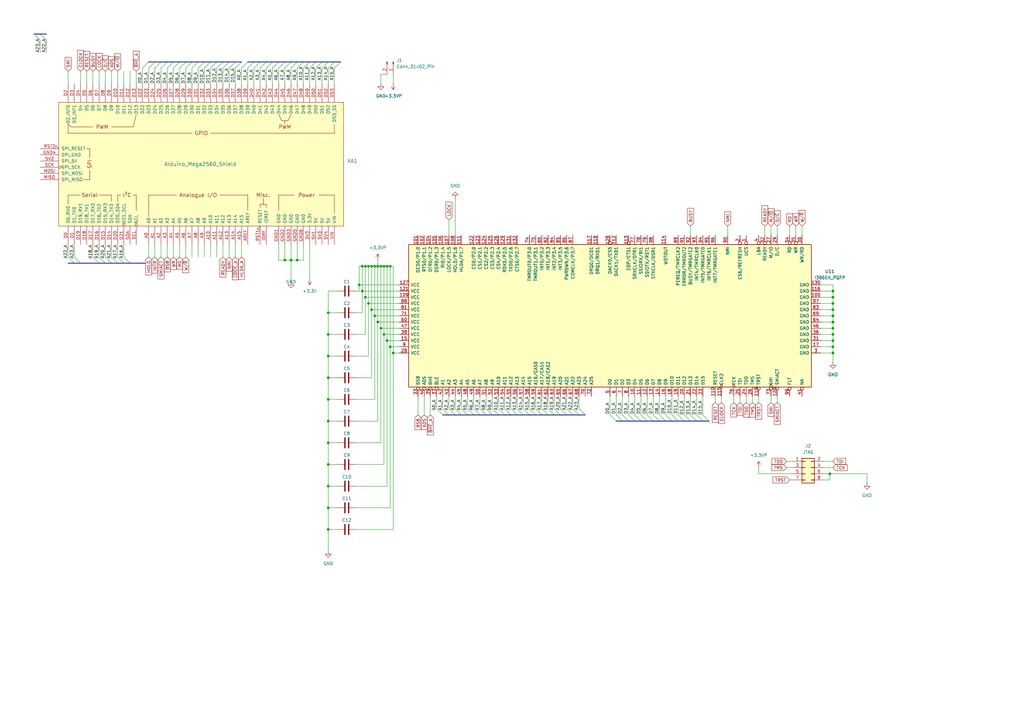
<source format=kicad_sch>
(kicad_sch (version 20231120) (generator "eeschema") (generator_version "8.0")
  (paper "A3")
  (title_block (title "Arduino80286") (date "2023-01-18") (rev "1"))
  (junction (at 156.21 134.62))
  (junction (at 134.62 137.16))
  (junction (at 134.62 190.5))
  (junction (at 153.67 129.54))
  (junction (at 154.94 109.22))
  (junction (at 148.59 109.22))
  (junction (at 154.94 132.08))
  (junction (at 134.62 208.28))
  (junction (at 134.62 172.72))
  (junction (at 119.38 106.68))
  (junction (at 151.13 124.46))
  (junction (at 341.63 127))
  (junction (at 134.62 181.61))
  (junction (at 153.67 109.22))
  (junction (at 134.62 128.27))
  (junction (at 147.32 116.84))
  (junction (at 158.75 109.22))
  (junction (at 341.63 132.08))
  (junction (at 116.84 106.68))
  (junction (at 134.62 199.39))
  (junction (at 341.63 129.54))
  (junction (at 121.92 106.68))
  (junction (at 341.63 121.92))
  (junction (at 152.4 109.22))
  (junction (at 161.29 144.78))
  (junction (at 340.36 194.31))
  (junction (at 149.86 109.22))
  (junction (at 341.63 137.16))
  (junction (at 157.48 109.22))
  (junction (at 160.02 142.24))
  (junction (at 341.63 139.7))
  (junction (at 341.63 142.24))
  (junction (at 341.63 119.38))
  (junction (at 152.4 127))
  (junction (at 341.63 134.62))
  (junction (at 134.62 146.05))
  (junction (at 134.62 217.17))
  (junction (at 149.86 121.92))
  (junction (at 158.75 139.7))
  (junction (at 134.62 154.94))
  (junction (at 148.59 119.38))
  (junction (at 341.63 124.46))
  (junction (at 134.62 163.83))
  (junction (at 151.13 109.22))
  (junction (at 157.48 137.16))
  (junction (at 160.02 109.22))
  (junction (at 156.21 109.22))
  (junction (at 341.63 144.78))
  (bus_entry (at 224.79 167.64) (size 2.54 2.54))
  (bus_entry (at 191.77 167.64) (size 2.54 2.54))
  (bus_entry (at 30.48 105.41) (size 2.54 2.54))
  (bus_entry (at 81.28 25.4) (size -2.54 2.54))
  (bus_entry (at 134.62 27.94) (size 2.54 -2.54))
  (bus_entry (at 214.63 167.64) (size 2.54 2.54))
  (bus_entry (at 201.93 167.64) (size 2.54 2.54))
  (bus_entry (at 179.07 167.64) (size 2.54 2.54))
  (bus_entry (at 257.81 172.72) (size -2.54 -2.54))
  (bus_entry (at 232.41 170.18) (size -2.54 -2.54))
  (bus_entry (at 78.74 25.4) (size -2.54 2.54))
  (bus_entry (at 45.72 105.41) (size 2.54 2.54))
  (bus_entry (at 196.85 167.64) (size 2.54 2.54))
  (bus_entry (at 255.27 172.72) (size -2.54 -2.54))
  (bus_entry (at 88.9 25.4) (size -2.54 2.54))
  (bus_entry (at 129.54 27.94) (size 2.54 -2.54))
  (bus_entry (at 212.09 167.64) (size 2.54 2.54))
  (bus_entry (at 127 27.94) (size 2.54 -2.54))
  (bus_entry (at 186.69 167.64) (size 2.54 2.54))
  (bus_entry (at 207.01 167.64) (size 2.54 2.54))
  (bus_entry (at 111.76 27.94) (size 2.54 -2.54))
  (bus_entry (at 99.06 25.4) (size -2.54 2.54))
  (bus_entry (at 234.95 170.18) (size -2.54 -2.54))
  (bus_entry (at 204.47 167.64) (size 2.54 2.54))
  (bus_entry (at 114.3 27.94) (size 2.54 -2.54))
  (bus_entry (at 199.39 167.64) (size 2.54 2.54))
  (bus_entry (at 229.87 170.18) (size -2.54 -2.54))
  (bus_entry (at 252.73 172.72) (size -2.54 -2.54))
  (bus_entry (at 275.59 172.72) (size -2.54 -2.54))
  (bus_entry (at 93.98 25.4) (size -2.54 2.54))
  (bus_entry (at 278.13 170.18) (size 2.54 2.54))
  (bus_entry (at 91.44 25.4) (size -2.54 2.54))
  (bus_entry (at 38.1 105.41) (size 2.54 2.54))
  (bus_entry (at 209.55 167.64) (size 2.54 2.54))
  (bus_entry (at 48.26 105.41) (size 2.54 2.54))
  (bus_entry (at 290.83 172.72) (size -2.54 -2.54))
  (bus_entry (at 262.89 172.72) (size -2.54 -2.54))
  (bus_entry (at 219.71 167.64) (size 2.54 2.54))
  (bus_entry (at 50.8 105.41) (size 2.54 2.54))
  (bus_entry (at 184.15 167.64) (size 2.54 2.54))
  (bus_entry (at 73.66 25.4) (size -2.54 2.54))
  (bus_entry (at 124.46 27.94) (size 2.54 -2.54))
  (bus_entry (at 43.18 105.41) (size 2.54 2.54))
  (bus_entry (at 189.23 167.64) (size 2.54 2.54))
  (bus_entry (at 76.2 25.4) (size -2.54 2.54))
  (bus_entry (at 27.94 105.41) (size 2.54 2.54))
  (bus_entry (at 181.61 167.64) (size 2.54 2.54))
  (bus_entry (at 66.04 27.94) (size 2.54 -2.54))
  (bus_entry (at 194.31 167.64) (size 2.54 2.54))
  (bus_entry (at 96.52 25.4) (size -2.54 2.54))
  (bus_entry (at 137.16 27.94) (size 2.54 -2.54))
  (bus_entry (at 237.49 167.64) (size 2.54 2.54))
  (bus_entry (at 267.97 172.72) (size -2.54 -2.54))
  (bus_entry (at 109.22 25.4) (size -2.54 2.54))
  (bus_entry (at 111.76 25.4) (size -2.54 2.54))
  (bus_entry (at 285.75 172.72) (size -2.54 -2.54))
  (bus_entry (at 278.13 172.72) (size -2.54 -2.54))
  (bus_entry (at 121.92 27.94) (size 2.54 -2.54))
  (bus_entry (at 260.35 172.72) (size -2.54 -2.54))
  (bus_entry (at 234.95 167.64) (size 2.54 2.54))
  (bus_entry (at 19.05 16.51) (size -2.54 -2.54))
  (bus_entry (at 280.67 170.18) (size 2.54 2.54))
  (bus_entry (at 40.64 105.41) (size 2.54 2.54))
  (bus_entry (at 16.51 16.51) (size -2.54 -2.54))
  (bus_entry (at 222.25 167.64) (size 2.54 2.54))
  (bus_entry (at 273.05 172.72) (size -2.54 -2.54))
  (bus_entry (at 217.17 167.64) (size 2.54 2.54))
  (bus_entry (at 132.08 27.94) (size 2.54 -2.54))
  (bus_entry (at 101.6 25.4) (size -2.54 2.54))
  (bus_entry (at 265.43 172.72) (size -2.54 -2.54))
  (bus_entry (at 119.38 27.94) (size 2.54 -2.54))
  (bus_entry (at 71.12 25.4) (size -2.54 2.54))
  (bus_entry (at 285.75 170.18) (size 2.54 2.54))
  (bus_entry (at 60.96 27.94) (size 2.54 -2.54))
  (bus_entry (at 86.36 25.4) (size -2.54 2.54))
  (bus_entry (at 83.82 25.4) (size -2.54 2.54))
  (bus_entry (at 106.68 25.4) (size -2.54 2.54))
  (bus_entry (at 60.96 25.4) (size -2.54 2.54))
  (bus_entry (at 116.84 27.94) (size 2.54 -2.54))
  (bus_entry (at 270.51 172.72) (size -2.54 -2.54))
  (bus_entry (at 104.14 25.4) (size -2.54 2.54))
  (bus_entry (at 63.5 27.94) (size 2.54 -2.54))
  (wire (pts (xy 146.05 172.72) (xy 154.94 172.72)))
  (wire (pts (xy 337.82 189.23) (xy 341.63 189.23)))
  (wire (pts (xy 222.25 167.64) (xy 222.25 162.56)))
  (wire (pts (xy 134.62 217.17) (xy 138.43 217.17)))
  (wire (pts (xy 146.05 199.39) (xy 158.75 199.39)))
  (bus (pts (xy 219.71 170.18) (xy 222.25 170.18)))
  (wire (pts (xy 237.49 167.64) (xy 237.49 162.56)))
  (wire (pts (xy 285.75 162.56) (xy 285.75 170.18)))
  (wire (pts (xy 318.77 92.71) (xy 318.77 96.52)))
  (wire (pts (xy 48.26 29.21) (xy 48.26 34.29)))
  (bus (pts (xy 189.23 170.18) (xy 191.77 170.18)))
  (wire (pts (xy 101.6 27.94) (xy 101.6 34.29)))
  (wire (pts (xy 196.85 167.64) (xy 196.85 162.56)))
  (wire (pts (xy 124.46 27.94) (xy 124.46 34.29)))
  (wire (pts (xy 158.75 139.7) (xy 158.75 109.22)))
  (bus (pts (xy 48.26 107.95) (xy 50.8 107.95)))
  (wire (pts (xy 147.32 116.84) (xy 163.83 116.84)))
  (wire (pts (xy 280.67 162.56) (xy 280.67 170.18)))
  (wire (pts (xy 265.43 162.56) (xy 265.43 170.18)))
  (wire (pts (xy 109.22 27.94) (xy 109.22 34.29)))
  (wire (pts (xy 81.28 27.94) (xy 81.28 34.29)))
  (wire (pts (xy 157.48 137.16) (xy 163.83 137.16)))
  (wire (pts (xy 81.28 100.33) (xy 81.28 105.41)))
  (wire (pts (xy 71.12 100.33) (xy 71.12 105.41)))
  (wire (pts (xy 153.67 129.54) (xy 163.83 129.54)))
  (wire (pts (xy 134.62 146.05) (xy 138.43 146.05)))
  (wire (pts (xy 154.94 109.22) (xy 156.21 109.22)))
  (wire (pts (xy 134.62 137.16) (xy 134.62 146.05)))
  (wire (pts (xy 311.15 194.31) (xy 325.12 194.31)))
  (bus (pts (xy 91.44 25.4) (xy 88.9 25.4)))
  (bus (pts (xy 86.36 25.4) (xy 83.82 25.4)))
  (wire (pts (xy 224.79 167.64) (xy 224.79 162.56)))
  (wire (pts (xy 184.15 167.64) (xy 184.15 162.56)))
  (wire (pts (xy 63.5 27.94) (xy 63.5 34.29)))
  (wire (pts (xy 134.62 172.72) (xy 134.62 181.61)))
  (wire (pts (xy 86.36 100.33) (xy 86.36 105.41)))
  (bus (pts (xy 50.8 107.95) (xy 53.34 107.95)))
  (wire (pts (xy 30.48 105.41) (xy 30.48 100.33)))
  (wire (pts (xy 341.63 142.24) (xy 341.63 144.78)))
  (bus (pts (xy 109.22 25.4) (xy 106.68 25.4)))
  (wire (pts (xy 322.58 191.77) (xy 325.12 191.77)))
  (wire (pts (xy 194.31 167.64) (xy 194.31 162.56)))
  (wire (pts (xy 212.09 167.64) (xy 212.09 162.56)))
  (wire (pts (xy 78.74 27.94) (xy 78.74 34.29)))
  (wire (pts (xy 134.62 146.05) (xy 134.62 154.94)))
  (wire (pts (xy 148.59 128.27) (xy 148.59 119.38)))
  (wire (pts (xy 201.93 167.64) (xy 201.93 162.56)))
  (wire (pts (xy 114.3 106.68) (xy 116.84 106.68)))
  (bus (pts (xy 93.98 25.4) (xy 91.44 25.4)))
  (bus (pts (xy 78.74 25.4) (xy 76.2 25.4)))
  (bus (pts (xy 186.69 170.18) (xy 189.23 170.18)))
  (wire (pts (xy 186.69 81.28) (xy 186.69 96.52)))
  (wire (pts (xy 160.02 142.24) (xy 163.83 142.24)))
  (wire (pts (xy 337.82 194.31) (xy 340.36 194.31)))
  (wire (pts (xy 114.3 100.33) (xy 114.3 106.68)))
  (wire (pts (xy 148.59 119.38) (xy 148.59 109.22)))
  (wire (pts (xy 337.82 196.85) (xy 340.36 196.85)))
  (wire (pts (xy 341.63 127) (xy 341.63 129.54)))
  (wire (pts (xy 38.1 29.21) (xy 38.1 34.29)))
  (wire (pts (xy 93.98 27.94) (xy 93.98 34.29)))
  (wire (pts (xy 311.15 162.56) (xy 311.15 165.1)))
  (wire (pts (xy 341.63 144.78) (xy 341.63 148.59)))
  (wire (pts (xy 316.23 162.56) (xy 316.23 165.1)))
  (wire (pts (xy 147.32 119.38) (xy 147.32 116.84)))
  (bus (pts (xy 33.02 107.95) (xy 40.64 107.95)))
  (wire (pts (xy 219.71 167.64) (xy 219.71 162.56)))
  (wire (pts (xy 152.4 127) (xy 163.83 127)))
  (wire (pts (xy 283.21 92.71) (xy 283.21 96.52)))
  (bus (pts (xy 137.16 25.4) (xy 134.62 25.4)))
  (wire (pts (xy 156.21 134.62) (xy 163.83 134.62)))
  (wire (pts (xy 40.64 29.21) (xy 40.64 34.29)))
  (wire (pts (xy 149.86 121.92) (xy 163.83 121.92)))
  (wire (pts (xy 278.13 162.56) (xy 278.13 170.18)))
  (wire (pts (xy 134.62 137.16) (xy 138.43 137.16)))
  (wire (pts (xy 137.16 27.94) (xy 137.16 34.29)))
  (wire (pts (xy 161.29 217.17) (xy 161.29 144.78)))
  (wire (pts (xy 209.55 167.64) (xy 209.55 162.56)))
  (wire (pts (xy 151.13 146.05) (xy 151.13 124.46)))
  (wire (pts (xy 116.84 106.68) (xy 119.38 106.68)))
  (wire (pts (xy 121.92 27.94) (xy 121.92 34.29)))
  (wire (pts (xy 134.62 208.28) (xy 138.43 208.28)))
  (wire (pts (xy 86.36 27.94) (xy 86.36 34.29)))
  (wire (pts (xy 153.67 163.83) (xy 153.67 129.54)))
  (wire (pts (xy 160.02 208.28) (xy 160.02 142.24)))
  (wire (pts (xy 19.05 16.51) (xy 19.05 21.59)))
  (wire (pts (xy 273.05 162.56) (xy 273.05 170.18)))
  (bus (pts (xy 106.68 25.4) (xy 104.14 25.4)))
  (wire (pts (xy 43.18 105.41) (xy 43.18 100.33)))
  (wire (pts (xy 53.34 29.21) (xy 53.34 34.29)))
  (wire (pts (xy 35.56 29.21) (xy 35.56 34.29)))
  (wire (pts (xy 45.72 29.21) (xy 45.72 34.29)))
  (wire (pts (xy 116.84 100.33) (xy 116.84 106.68)))
  (wire (pts (xy 50.8 105.41) (xy 50.8 100.33)))
  (wire (pts (xy 121.92 100.33) (xy 121.92 106.68)))
  (bus (pts (xy 262.89 172.72) (xy 265.43 172.72)))
  (wire (pts (xy 336.55 124.46) (xy 341.63 124.46)))
  (wire (pts (xy 336.55 142.24) (xy 341.63 142.24)))
  (wire (pts (xy 27.94 29.21) (xy 27.94 34.29)))
  (wire (pts (xy 308.61 162.56) (xy 308.61 165.1)))
  (wire (pts (xy 45.72 105.41) (xy 45.72 100.33)))
  (bus (pts (xy 227.33 170.18) (xy 229.87 170.18)))
  (bus (pts (xy 66.04 25.4) (xy 63.5 25.4)))
  (wire (pts (xy 63.5 100.33) (xy 63.5 105.41)))
  (bus (pts (xy 204.47 170.18) (xy 207.01 170.18)))
  (wire (pts (xy 341.63 116.84) (xy 341.63 119.38)))
  (bus (pts (xy 119.38 25.4) (xy 116.84 25.4)))
  (bus (pts (xy 199.39 170.18) (xy 201.93 170.18)))
  (wire (pts (xy 157.48 109.22) (xy 157.48 137.16)))
  (bus (pts (xy 121.92 25.4) (xy 119.38 25.4)))
  (wire (pts (xy 96.52 100.33) (xy 96.52 105.41)))
  (wire (pts (xy 298.45 92.71) (xy 298.45 96.52)))
  (wire (pts (xy 171.45 162.56) (xy 171.45 170.18)))
  (wire (pts (xy 161.29 30.48) (xy 161.29 34.29)))
  (wire (pts (xy 134.62 163.83) (xy 138.43 163.83)))
  (wire (pts (xy 257.81 162.56) (xy 257.81 170.18)))
  (bus (pts (xy 124.46 25.4) (xy 121.92 25.4)))
  (bus (pts (xy 76.2 25.4) (xy 73.66 25.4)))
  (wire (pts (xy 48.26 105.41) (xy 48.26 100.33)))
  (wire (pts (xy 149.86 109.22) (xy 151.13 109.22)))
  (wire (pts (xy 151.13 124.46) (xy 163.83 124.46)))
  (wire (pts (xy 146.05 208.28) (xy 160.02 208.28)))
  (wire (pts (xy 341.63 139.7) (xy 341.63 142.24)))
  (bus (pts (xy 209.55 170.18) (xy 212.09 170.18)))
  (bus (pts (xy 40.64 107.95) (xy 43.18 107.95)))
  (bus (pts (xy 116.84 25.4) (xy 114.3 25.4)))
  (wire (pts (xy 83.82 27.94) (xy 83.82 34.29)))
  (wire (pts (xy 73.66 100.33) (xy 73.66 105.41)))
  (wire (pts (xy 134.62 119.38) (xy 134.62 128.27)))
  (wire (pts (xy 134.62 128.27) (xy 138.43 128.27)))
  (bus (pts (xy 191.77 170.18) (xy 194.31 170.18)))
  (wire (pts (xy 328.93 92.71) (xy 328.93 96.52)))
  (wire (pts (xy 260.35 162.56) (xy 260.35 170.18)))
  (wire (pts (xy 55.88 29.21) (xy 55.88 34.29)))
  (wire (pts (xy 149.86 109.22) (xy 149.86 121.92)))
  (wire (pts (xy 161.29 144.78) (xy 163.83 144.78)))
  (wire (pts (xy 336.55 127) (xy 341.63 127)))
  (wire (pts (xy 270.51 162.56) (xy 270.51 170.18)))
  (bus (pts (xy 96.52 25.4) (xy 93.98 25.4)))
  (wire (pts (xy 134.62 163.83) (xy 134.62 172.72)))
  (wire (pts (xy 116.84 27.94) (xy 116.84 34.29)))
  (wire (pts (xy 336.55 116.84) (xy 341.63 116.84)))
  (wire (pts (xy 255.27 162.56) (xy 255.27 170.18)))
  (wire (pts (xy 323.85 196.85) (xy 325.12 196.85)))
  (wire (pts (xy 91.44 27.94) (xy 91.44 34.29)))
  (bus (pts (xy 99.06 25.4) (xy 96.52 25.4)))
  (wire (pts (xy 262.89 162.56) (xy 262.89 170.18)))
  (wire (pts (xy 341.63 129.54) (xy 341.63 132.08)))
  (wire (pts (xy 156.21 109.22) (xy 156.21 134.62)))
  (bus (pts (xy 275.59 172.72) (xy 278.13 172.72)))
  (wire (pts (xy 148.59 119.38) (xy 163.83 119.38)))
  (wire (pts (xy 234.95 167.64) (xy 234.95 162.56)))
  (wire (pts (xy 146.05 146.05) (xy 151.13 146.05)))
  (wire (pts (xy 147.32 109.22) (xy 147.32 116.84)))
  (wire (pts (xy 152.4 109.22) (xy 153.67 109.22)))
  (wire (pts (xy 313.69 92.71) (xy 313.69 96.52)))
  (wire (pts (xy 337.82 191.77) (xy 341.63 191.77)))
  (wire (pts (xy 227.33 167.64) (xy 227.33 162.56)))
  (bus (pts (xy 252.73 172.72) (xy 255.27 172.72)))
  (wire (pts (xy 355.6 194.31) (xy 355.6 198.12)))
  (wire (pts (xy 156.21 181.61) (xy 156.21 134.62)))
  (wire (pts (xy 71.12 27.94) (xy 71.12 34.29)))
  (wire (pts (xy 146.05 154.94) (xy 152.4 154.94)))
  (wire (pts (xy 153.67 109.22) (xy 154.94 109.22)))
  (bus (pts (xy 229.87 170.18) (xy 232.41 170.18)))
  (bus (pts (xy 212.09 170.18) (xy 214.63 170.18)))
  (wire (pts (xy 104.14 27.94) (xy 104.14 34.29)))
  (wire (pts (xy 336.55 129.54) (xy 341.63 129.54)))
  (wire (pts (xy 152.4 154.94) (xy 152.4 127)))
  (bus (pts (xy 139.7 25.4) (xy 137.16 25.4)))
  (wire (pts (xy 134.62 27.94) (xy 134.62 34.29)))
  (bus (pts (xy 43.18 107.95) (xy 45.72 107.95)))
  (bus (pts (xy 194.31 170.18) (xy 196.85 170.18)))
  (wire (pts (xy 127 27.94) (xy 127 34.29)))
  (wire (pts (xy 340.36 196.85) (xy 340.36 194.31)))
  (bus (pts (xy 283.21 172.72) (xy 280.67 172.72)))
  (wire (pts (xy 146.05 190.5) (xy 157.48 190.5)))
  (wire (pts (xy 76.2 100.33) (xy 76.2 105.41)))
  (wire (pts (xy 156.21 109.22) (xy 157.48 109.22)))
  (wire (pts (xy 152.4 109.22) (xy 152.4 127)))
  (bus (pts (xy 196.85 170.18) (xy 199.39 170.18)))
  (wire (pts (xy 134.62 128.27) (xy 134.62 137.16)))
  (bus (pts (xy 260.35 172.72) (xy 262.89 172.72)))
  (wire (pts (xy 146.05 119.38) (xy 147.32 119.38)))
  (wire (pts (xy 173.99 162.56) (xy 173.99 170.18)))
  (wire (pts (xy 76.2 27.94) (xy 76.2 34.29)))
  (bus (pts (xy 267.97 172.72) (xy 270.51 172.72)))
  (bus (pts (xy 232.41 170.18) (xy 234.95 170.18)))
  (wire (pts (xy 341.63 134.62) (xy 341.63 137.16)))
  (wire (pts (xy 336.55 119.38) (xy 341.63 119.38)))
  (wire (pts (xy 99.06 100.33) (xy 99.06 105.41)))
  (wire (pts (xy 161.29 144.78) (xy 161.29 109.22)))
  (wire (pts (xy 176.53 162.56) (xy 176.53 170.18)))
  (wire (pts (xy 157.48 109.22) (xy 158.75 109.22)))
  (wire (pts (xy 58.42 27.94) (xy 58.42 34.29)))
  (bus (pts (xy 265.43 172.72) (xy 267.97 172.72)))
  (wire (pts (xy 16.51 16.51) (xy 16.51 21.59)))
  (wire (pts (xy 199.39 167.64) (xy 199.39 162.56)))
  (wire (pts (xy 146.05 163.83) (xy 153.67 163.83)))
  (wire (pts (xy 181.61 167.64) (xy 181.61 162.56)))
  (wire (pts (xy 93.98 100.33) (xy 93.98 105.41)))
  (wire (pts (xy 326.39 92.71) (xy 326.39 96.52)))
  (bus (pts (xy 127 25.4) (xy 124.46 25.4)))
  (wire (pts (xy 214.63 167.64) (xy 214.63 162.56)))
  (bus (pts (xy 257.81 172.72) (xy 260.35 172.72)))
  (wire (pts (xy 129.54 27.94) (xy 129.54 34.29)))
  (wire (pts (xy 151.13 109.22) (xy 151.13 124.46)))
  (bus (pts (xy 81.28 25.4) (xy 78.74 25.4)))
  (wire (pts (xy 50.8 29.21) (xy 50.8 34.29)))
  (wire (pts (xy 322.58 189.23) (xy 325.12 189.23)))
  (wire (pts (xy 33.02 29.21) (xy 33.02 34.29)))
  (bus (pts (xy 129.54 25.4) (xy 127 25.4)))
  (wire (pts (xy 156.21 34.29) (xy 156.21 30.48)))
  (wire (pts (xy 189.23 167.64) (xy 189.23 162.56)))
  (wire (pts (xy 27.94 105.41) (xy 27.94 100.33)))
  (wire (pts (xy 158.75 109.22) (xy 160.02 109.22)))
  (bus (pts (xy 273.05 172.72) (xy 275.59 172.72)))
  (wire (pts (xy 341.63 132.08) (xy 341.63 134.62)))
  (bus (pts (xy 278.13 172.72) (xy 280.67 172.72)))
  (wire (pts (xy 66.04 100.33) (xy 66.04 105.41)))
  (wire (pts (xy 134.62 199.39) (xy 134.62 208.28)))
  (wire (pts (xy 217.17 167.64) (xy 217.17 162.56)))
  (wire (pts (xy 341.63 137.16) (xy 341.63 139.7)))
  (bus (pts (xy 224.79 170.18) (xy 227.33 170.18)))
  (wire (pts (xy 99.06 27.94) (xy 99.06 34.29)))
  (bus (pts (xy 16.51 13.97) (xy 19.05 13.97)))
  (wire (pts (xy 134.62 181.61) (xy 138.43 181.61)))
  (wire (pts (xy 111.76 27.94) (xy 111.76 34.29)))
  (bus (pts (xy 132.08 25.4) (xy 129.54 25.4)))
  (wire (pts (xy 119.38 27.94) (xy 119.38 34.29)))
  (wire (pts (xy 275.59 162.56) (xy 275.59 170.18)))
  (wire (pts (xy 134.62 190.5) (xy 134.62 199.39)))
  (wire (pts (xy 68.58 27.94) (xy 68.58 34.29)))
  (bus (pts (xy 53.34 107.95) (xy 59.69 107.95)))
  (wire (pts (xy 146.05 217.17) (xy 161.29 217.17)))
  (bus (pts (xy 207.01 170.18) (xy 209.55 170.18)))
  (wire (pts (xy 146.05 128.27) (xy 148.59 128.27)))
  (wire (pts (xy 43.18 34.29) (xy 43.18 29.21)))
  (wire (pts (xy 154.94 132.08) (xy 163.83 132.08)))
  (wire (pts (xy 134.62 154.94) (xy 138.43 154.94)))
  (bus (pts (xy 217.17 170.18) (xy 219.71 170.18)))
  (wire (pts (xy 316.23 92.71) (xy 316.23 96.52)))
  (bus (pts (xy 184.15 170.18) (xy 186.69 170.18)))
  (wire (pts (xy 60.96 27.94) (xy 60.96 34.29)))
  (wire (pts (xy 154.94 106.68) (xy 154.94 109.22)))
  (wire (pts (xy 288.29 162.56) (xy 288.29 170.18)))
  (wire (pts (xy 134.62 154.94) (xy 134.62 163.83)))
  (bus (pts (xy 68.58 25.4) (xy 66.04 25.4)))
  (wire (pts (xy 134.62 190.5) (xy 138.43 190.5)))
  (bus (pts (xy 201.93 170.18) (xy 204.47 170.18)))
  (bus (pts (xy 45.72 107.95) (xy 48.26 107.95)))
  (bus (pts (xy 111.76 25.4) (xy 109.22 25.4)))
  (wire (pts (xy 250.19 162.56) (xy 250.19 170.18)))
  (bus (pts (xy 181.61 170.18) (xy 184.15 170.18)))
  (bus (pts (xy 270.51 172.72) (xy 273.05 172.72)))
  (wire (pts (xy 336.55 132.08) (xy 341.63 132.08)))
  (wire (pts (xy 127 100.33) (xy 127 114.3)))
  (wire (pts (xy 295.91 162.56) (xy 295.91 165.1)))
  (wire (pts (xy 306.07 162.56) (xy 306.07 165.1)))
  (wire (pts (xy 114.3 27.94) (xy 114.3 34.29)))
  (wire (pts (xy 119.38 106.68) (xy 119.38 115.57)))
  (wire (pts (xy 134.62 208.28) (xy 134.62 217.17)))
  (bus (pts (xy 27.94 107.95) (xy 30.48 107.95)))
  (wire (pts (xy 134.62 172.72) (xy 138.43 172.72)))
  (wire (pts (xy 336.55 144.78) (xy 341.63 144.78)))
  (bus (pts (xy 83.82 25.4) (xy 81.28 25.4)))
  (wire (pts (xy 318.77 162.56) (xy 318.77 165.1)))
  (bus (pts (xy 255.27 172.72) (xy 257.81 172.72)))
  (wire (pts (xy 146.05 137.16) (xy 149.86 137.16)))
  (wire (pts (xy 154.94 172.72) (xy 154.94 132.08)))
  (wire (pts (xy 134.62 199.39) (xy 138.43 199.39)))
  (wire (pts (xy 336.55 139.7) (xy 341.63 139.7)))
  (wire (pts (xy 157.48 190.5) (xy 157.48 137.16)))
  (wire (pts (xy 146.05 181.61) (xy 156.21 181.61)))
  (wire (pts (xy 293.37 162.56) (xy 293.37 165.1)))
  (bus (pts (xy 104.14 25.4) (xy 101.6 25.4)))
  (wire (pts (xy 60.96 100.33) (xy 60.96 105.41)))
  (wire (pts (xy 68.58 100.33) (xy 68.58 105.41)))
  (bus (pts (xy 214.63 170.18) (xy 217.17 170.18)))
  (wire (pts (xy 204.47 167.64) (xy 204.47 162.56)))
  (bus (pts (xy 71.12 25.4) (xy 68.58 25.4)))
  (wire (pts (xy 91.44 100.33) (xy 91.44 105.41)))
  (wire (pts (xy 154.94 109.22) (xy 154.94 132.08)))
  (wire (pts (xy 311.15 191.77) (xy 311.15 194.31)))
  (bus (pts (xy 288.29 172.72) (xy 290.83 172.72)))
  (wire (pts (xy 40.64 105.41) (xy 40.64 100.33)))
  (wire (pts (xy 88.9 100.33) (xy 88.9 105.41)))
  (wire (pts (xy 147.32 109.22) (xy 148.59 109.22)))
  (wire (pts (xy 232.41 167.64) (xy 232.41 162.56)))
  (bus (pts (xy 114.3 25.4) (xy 111.76 25.4)))
  (wire (pts (xy 134.62 217.17) (xy 134.62 226.06)))
  (wire (pts (xy 73.66 27.94) (xy 73.66 34.29)))
  (bus (pts (xy 63.5 25.4) (xy 60.96 25.4)))
  (wire (pts (xy 134.62 119.38) (xy 138.43 119.38)))
  (wire (pts (xy 119.38 100.33) (xy 119.38 106.68)))
  (wire (pts (xy 66.04 27.94) (xy 66.04 34.29)))
  (wire (pts (xy 149.86 137.16) (xy 149.86 121.92)))
  (wire (pts (xy 252.73 162.56) (xy 252.73 170.18)))
  (wire (pts (xy 160.02 109.22) (xy 160.02 142.24)))
  (wire (pts (xy 186.69 167.64) (xy 186.69 162.56)))
  (wire (pts (xy 151.13 109.22) (xy 152.4 109.22)))
  (wire (pts (xy 336.55 137.16) (xy 341.63 137.16)))
  (bus (pts (xy 237.49 170.18) (xy 240.03 170.18)))
  (wire (pts (xy 78.74 100.33) (xy 78.74 105.41)))
  (wire (pts (xy 341.63 119.38) (xy 341.63 121.92)))
  (wire (pts (xy 38.1 105.41) (xy 38.1 100.33)))
  (wire (pts (xy 340.36 194.31) (xy 355.6 194.31)))
  (wire (pts (xy 336.55 121.92) (xy 341.63 121.92)))
  (wire (pts (xy 184.15 90.17) (xy 184.15 96.52)))
  (bus (pts (xy 30.48 107.95) (xy 33.02 107.95)))
  (wire (pts (xy 106.68 27.94) (xy 106.68 34.29)))
  (wire (pts (xy 148.59 109.22) (xy 149.86 109.22)))
  (wire (pts (xy 161.29 109.22) (xy 160.02 109.22)))
  (wire (pts (xy 323.85 92.71) (xy 323.85 96.52)))
  (bus (pts (xy 134.62 25.4) (xy 132.08 25.4)))
  (bus (pts (xy 73.66 25.4) (xy 71.12 25.4)))
  (wire (pts (xy 267.97 162.56) (xy 267.97 170.18)))
  (wire (pts (xy 156.21 30.48) (xy 158.75 30.48)))
  (wire (pts (xy 341.63 124.46) (xy 341.63 127)))
  (wire (pts (xy 158.75 139.7) (xy 163.83 139.7)))
  (wire (pts (xy 153.67 109.22) (xy 153.67 129.54)))
  (bus (pts (xy 285.75 172.72) (xy 288.29 172.72)))
  (wire (pts (xy 191.77 167.64) (xy 191.77 162.56)))
  (wire (pts (xy 158.75 199.39) (xy 158.75 139.7)))
  (bus (pts (xy 88.9 25.4) (xy 86.36 25.4)))
  (wire (pts (xy 83.82 100.33) (xy 83.82 105.41)))
  (wire (pts (xy 121.92 106.68) (xy 124.46 106.68)))
  (wire (pts (xy 229.87 167.64) (xy 229.87 162.56)))
  (wire (pts (xy 134.62 181.61) (xy 134.62 190.5)))
  (wire (pts (xy 207.01 167.64) (xy 207.01 162.56)))
  (wire (pts (xy 119.38 106.68) (xy 121.92 106.68)))
  (bus (pts (xy 234.95 170.18) (xy 237.49 170.18)))
  (wire (pts (xy 336.55 134.62) (xy 341.63 134.62)))
  (wire (pts (xy 303.53 162.56) (xy 303.53 165.1)))
  (bus (pts (xy 13.97 13.97) (xy 16.51 13.97)))
  (wire (pts (xy 96.52 27.94) (xy 96.52 34.29)))
  (bus (pts (xy 222.25 170.18) (xy 224.79 170.18)))
  (wire (pts (xy 132.08 27.94) (xy 132.08 34.29)))
  (wire (pts (xy 283.21 162.56) (xy 283.21 170.18)))
  (wire (pts (xy 179.07 167.64) (xy 179.07 162.56)))
  (wire (pts (xy 88.9 27.94) (xy 88.9 34.29)))
  (wire (pts (xy 124.46 100.33) (xy 124.46 106.68)))
  (wire (pts (xy 300.99 162.56) (xy 300.99 165.1)))
  (wire (pts (xy 341.63 121.92) (xy 341.63 124.46)))
  (bus (pts (xy 285.75 172.72) (xy 283.21 172.72)))
  (label "A15_A" (at 137.16 33.02 90))
  (label "A2_A" (at 184.15 163.83 270))
  (label "D9_A" (at 81.28 34.29 90))
  (label "A18_A" (at 224.79 162.56 270))
  (label "D6_A" (at 73.66 34.29 90))
  (label "A21_A" (at 45.72 100.33 270))
  (label "D13_A" (at 283.21 170.18 90))
  (label "A13_A" (at 132.08 33.02 90))
  (label "D14_A" (at 285.75 170.18 90))
  (label "A5_A" (at 111.76 33.02 90))
  (label "D15_A" (at 96.52 27.94 270))
  (label "D5_A" (at 71.12 34.29 90))
  (label "A19_A" (at 40.64 100.33 270))
  (label "A23_A" (at 16.51 21.59 90))
  (label "D12_A" (at 280.67 170.18 90))
  (label "A22_A" (at 234.95 162.56 270))
  (label "A18_A" (at 38.1 100.33 270))
  (label "A10_A" (at 204.47 162.56 270))
  (label "A20_A" (at 43.18 100.33 270))
  (label "A20_A" (at 229.87 162.56 270))
  (label "A1_A" (at 101.6 33.02 90))
  (label "D1_A" (at 60.96 34.29 90))
  (label "D9_A" (at 273.05 165.1 270))
  (label "A8_A" (at 119.38 33.02 90))
  (label "A23_A" (at 237.49 162.56 270))
  (label "A10_A" (at 124.46 33.02 90))
  (label "A2_A" (at 104.14 33.02 90))
  (label "A21_A" (at 232.41 162.56 270))
  (label "D4_A" (at 68.58 34.29 90))
  (label "D3_A" (at 257.81 165.1 270))
  (label "D2_A" (at 63.5 34.29 90))
  (label "A23_A" (at 30.48 100.33 270))
  (label "A16_A" (at 50.8 100.33 270))
  (label "D10_A" (at 83.82 34.29 90))
  (label "A11_A" (at 207.01 162.56 270))
  (label "A19_A" (at 227.33 162.56 270))
  (label "A0_A" (at 179.07 163.83 270))
  (label "D4_A" (at 260.35 165.1 270))
  (label "A22_A" (at 19.05 21.59 90))
  (label "D1_A" (at 252.73 165.1 270))
  (label "A7_A" (at 196.85 163.83 270))
  (label "D8_A" (at 270.51 165.1 270))
  (label "A16_A" (at 219.71 162.56 270))
  (label "D0_A" (at 58.42 34.29 90))
  (label "A17_A" (at 48.26 100.33 270))
  (label "A17_A" (at 222.25 162.56 270))
  (label "D7_A" (at 267.97 165.1 270))
  (label "D7_A" (at 76.2 34.29 90))
  (label "A13_A" (at 212.09 162.56 270))
  (label "D6_A" (at 265.43 165.1 270))
  (label "D2_A" (at 255.27 165.1 270))
  (label "A12_A" (at 209.55 162.56 270))
  (label "D0_A" (at 250.19 165.1 270))
  (label "D14_A" (at 93.98 27.94 270))
  (label "A12_A" (at 129.54 33.02 90))
  (label "A3_A" (at 186.69 163.83 270))
  (label "A5_A" (at 191.77 163.83 270))
  (label "D11_A" (at 86.36 34.29 90))
  (label "A14_A" (at 134.62 33.02 90))
  (label "A1_A" (at 181.61 163.83 270))
  (label "A9_A" (at 121.92 33.02 90))
  (label "D11_A" (at 278.13 163.83 270))
  (label "A4_A" (at 189.23 163.83 270))
  (label "A8_A" (at 199.39 163.83 270))
  (label "A3_A" (at 106.68 33.02 90))
  (label "A14_A" (at 214.63 162.56 270))
  (label "D8_A" (at 78.74 34.29 90))
  (label "A9_A" (at 201.93 163.83 270))
  (label "A7_A" (at 116.84 33.02 90))
  (label "A0_A" (at 99.06 33.02 90))
  (label "D3_A" (at 66.04 34.29 90))
  (label "D12_A" (at 88.9 27.94 270))
  (label "D10_A" (at 275.59 163.83 270))
  (label "A4_A" (at 109.22 33.02 90))
  (label "A6_A" (at 114.3 33.02 90))
  (label "D13_A" (at 91.44 27.94 270))
  (label "A11_A" (at 127 33.02 90))
  (label "A6_A" (at 194.31 163.83 270))
  (label "D15_A" (at 288.29 170.18 90))
  (label "A15_A" (at 217.17 162.56 270))
  (label "D5_A" (at 262.89 165.1 270))
  (label "A22_A" (at 27.94 100.33 270))
  (global_label "READY" (shape input) (at 313.69 92.71 90) (property "Intersheetrefs" "${INTERSHEET_REFS}" (effects (hide yes))))
  (global_label "TDO" (shape input) (at 322.58 189.23 180) (property "Intersheetrefs" "${INTERSHEET_REFS}" (effects (hide yes))))
  (global_label "SMI" (shape input) (at 316.23 165.1 270) (property "Intersheetrefs" "${INTERSHEET_REFS}" (effects (hide yes))))
  (global_label "RD" (shape input) (at 73.66 105.41 270) (property "Intersheetrefs" "${INTERSHEET_REFS}" (effects (hide yes))))
  (global_label "RD" (shape input) (at 323.85 92.71 90) (property "Intersheetrefs" "${INTERSHEET_REFS}" (effects (hide yes))))
  (global_label "HLDA_A" (shape input) (at 99.06 105.41 270) (property "Intersheetrefs" "${INTERSHEET_REFS}" (effects (hide yes))))
  (global_label "TDI" (shape input) (at 303.53 165.1 270) (property "Intersheetrefs" "${INTERSHEET_REFS}" (effects (hide yes))))
  (global_label "BUSY" (shape input) (at 283.21 92.71 90) (property "Intersheetrefs" "${INTERSHEET_REFS}" (effects (hide yes))))
  (global_label "CLOCK" (shape input) (at 33.02 29.21 90) (property "Intersheetrefs" "${INTERSHEET_REFS}" (effects (hide yes))))
  (global_label "BUSY" (shape input) (at 38.1 29.21 90) (property "Intersheetrefs" "${INTERSHEET_REFS}" (effects (hide yes))))
  (global_label "D{slash}~{C}" (shape input) (at 318.77 92.71 90) (property "Intersheetrefs" "${INTERSHEET_REFS}" (effects (hide yes))))
  (global_label "TCK" (shape input) (at 341.63 191.77 0) (property "Intersheetrefs" "${INTERSHEET_REFS}" (effects (hide yes))))
  (global_label "WR" (shape input) (at 326.39 92.71 90) (property "Intersheetrefs" "${INTERSHEET_REFS}" (effects (hide yes))))
  (global_label "M{slash}~{IO}" (shape input) (at 316.23 92.71 90) (property "Intersheetrefs" "${INTERSHEET_REFS}" (effects (hide yes))))
  (global_label "M{slash}~{IO}" (shape input) (at 48.26 29.21 90) (property "Intersheetrefs" "${INTERSHEET_REFS}" (effects (hide yes))))
  (global_label "~{LOCK}_A" (shape input) (at 96.52 105.41 270) (property "Intersheetrefs" "${INTERSHEET_REFS}" (effects (hide yes))))
  (global_label "RESET" (shape input) (at 35.56 29.21 90) (property "Intersheetrefs" "${INTERSHEET_REFS}" (effects (hide yes))))
  (global_label "LOCK" (shape input) (at 184.15 90.17 90) (property "Intersheetrefs" "${INTERSHEET_REFS}" (effects (hide yes))))
  (global_label "NMI" (shape input) (at 93.98 105.41 270) (property "Intersheetrefs" "${INTERSHEET_REFS}" (effects (hide yes))))
  (global_label "D{slash}~{C}" (shape input) (at 43.18 29.21 90) (property "Intersheetrefs" "${INTERSHEET_REFS}" (effects (hide yes))))
  (global_label "SMI" (shape input) (at 27.94 29.21 90) (property "Intersheetrefs" "${INTERSHEET_REFS}" (effects (hide yes))))
  (global_label "BS8" (shape input) (at 68.58 105.41 270) (property "Intersheetrefs" "${INTERSHEET_REFS}" (effects (hide yes))))
  (global_label "TDI" (shape input) (at 341.63 189.23 0) (property "Intersheetrefs" "${INTERSHEET_REFS}" (effects (hide yes))))
  (global_label "TMS" (shape input) (at 308.61 165.1 270) (property "Intersheetrefs" "${INTERSHEET_REFS}" (effects (hide yes))))
  (global_label "CLOCK" (shape input) (at 295.91 165.1 270) (property "Intersheetrefs" "${INTERSHEET_REFS}" (effects (hide yes))))
  (global_label "NMI" (shape input) (at 298.45 92.71 90) (property "Intersheetrefs" "${INTERSHEET_REFS}" (effects (hide yes))))
  (global_label "W{slash}~{R}" (shape input) (at 76.2 105.41 270) (property "Intersheetrefs" "${INTERSHEET_REFS}" (effects (hide yes))))
  (global_label "TCK" (shape input) (at 300.99 165.1 270) (property "Intersheetrefs" "${INTERSHEET_REFS}" (effects (hide yes))))
  (global_label "~{BHE}_A" (shape input) (at 55.88 29.21 90) (property "Intersheetrefs" "${INTERSHEET_REFS}" (effects (hide yes))))
  (global_label "INTR" (shape input) (at 63.5 105.41 270) (property "Intersheetrefs" "${INTERSHEET_REFS}" (effects (hide yes))))
  (global_label "ADS" (shape input) (at 45.72 29.21 90) (property "Intersheetrefs" "${INTERSHEET_REFS}" (effects (hide yes))))
  (global_label "TRST" (shape input) (at 323.85 196.85 180) (property "Intersheetrefs" "${INTERSHEET_REFS}" (effects (hide yes))))
  (global_label "RESET" (shape input) (at 293.37 165.1 270) (property "Intersheetrefs" "${INTERSHEET_REFS}" (effects (hide yes))))
  (global_label "SMIACT" (shape input) (at 318.77 165.1 270) (property "Intersheetrefs" "${INTERSHEET_REFS}" (effects (hide yes))))
  (global_label "W{slash}~{R}" (shape input) (at 328.93 92.71 90) (property "Intersheetrefs" "${INTERSHEET_REFS}" (effects (hide yes))))
  (global_label "ADS" (shape input) (at 173.99 170.18 270) (property "Intersheetrefs" "${INTERSHEET_REFS}" (effects (hide yes))))
  (global_label "BS8" (shape input) (at 171.45 170.18 270) (property "Intersheetrefs" "${INTERSHEET_REFS}" (effects (hide yes))))
  (global_label "LOCK" (shape input) (at 40.64 29.21 90) (property "Intersheetrefs" "${INTERSHEET_REFS}" (effects (hide yes))))
  (global_label "READY" (shape input) (at 91.44 105.41 270) (property "Intersheetrefs" "${INTERSHEET_REFS}" (effects (hide yes))))
  (global_label "WR" (shape input) (at 71.12 105.41 270) (property "Intersheetrefs" "${INTERSHEET_REFS}" (effects (hide yes))))
  (global_label "TRST" (shape input) (at 311.15 165.1 270) (property "Intersheetrefs" "${INTERSHEET_REFS}" (effects (hide yes))))
  (global_label "SMIACT" (shape input) (at 66.04 105.41 270) (property "Intersheetrefs" "${INTERSHEET_REFS}" (effects (hide yes))))
  (global_label "~{BHE}_A" (shape input) (at 176.53 170.18 270) (property "Intersheetrefs" "${INTERSHEET_REFS}" (effects (hide yes))))
  (global_label "TMS" (shape input) (at 322.58 191.77 180) (property "Intersheetrefs" "${INTERSHEET_REFS}" (effects (hide yes))))
  (global_label "TDO" (shape input) (at 306.07 165.1 270) (property "Intersheetrefs" "${INTERSHEET_REFS}" (effects (hide yes))))
  (global_label "HOLD" (shape input) (at 60.96 105.41 270) (property "Intersheetrefs" "${INTERSHEET_REFS}" (effects (hide yes))))
  (symbol (lib_name "GND_3") (lib_id "power:GND") (at 186.69 81.28 180) (unit 1)
    (property "Reference" "#PWR04" (effects (hide yes)))
    (property "Value" "GND" (at 186.69 76.2 0))
    (property "Description" "Power symbol creates a global label with name \"GND\" , ground" (effects (hide yes)))
  )
  (symbol (lib_id "Device:C") (at 142.24 181.61 90) (unit 1)
    (property "Reference" "C8" (at 142.24 177.8 90))
    (property "Value" "C" (effects (hide yes)))
    (property "Footprint" "Capacitor_SMD:C_0603_1608Metric_Pad1.08x0.95mm_HandSolder" (effects (hide yes)))
    (property "Description" "Unpolarized capacitor" (effects (hide yes)))
  )
  (symbol (lib_id "power:+3.3V") (at 127 114.3 180) (unit 1)
    (property "Reference" "#PWR01" (effects (hide yes)))
    (property "Value" "+3.3V" (at 127 119.38 0))
    (property "Description" "Power symbol creates a global label with name \"+3.3V\"" (effects (hide yes)))
  )
  (symbol (lib_name "GND_3") (lib_id "power:GND") (at 355.6 198.12 0) (unit 1)
    (property "Reference" "#PWR08" (effects (hide yes)))
    (property "Value" "GND" (at 355.6 203.2 0))
    (property "Description" "Power symbol creates a global label with name \"GND\" , ground" (effects (hide yes)))
  )
  (symbol (lib_id "Device:C") (at 142.24 146.05 90) (unit 1)
    (property "Reference" "C4" (at 142.24 142.24 90))
    (property "Value" "C" (effects (hide yes)))
    (property "Footprint" "Capacitor_SMD:C_0603_1608Metric_Pad1.08x0.95mm_HandSolder" (effects (hide yes)))
    (property "Description" "Unpolarized capacitor" (effects (hide yes)))
  )
  (symbol (lib_id "mega:Arduino_Mega2560_Shield") (at 82.55 67.31 90) (unit 1)
    (property "Reference" "XA1" (at 142.24 66.04 90) (effects (font (size 1.524 1.524)) (justify right)))
    (property "Value" "Arduino_Mega2560_Shield" (at 67.31 67.31 90) (effects (font (size 1.524 1.524)) (justify right)))
    (property "Footprint" "Arduino_Library:Arduino_Mega2560_Shield" (effects (hide yes)))
    (property "Datasheet" "https://store.arduino.cc/products/arduino-mega-2560-rev3" (effects (hide yes)))
  )
  (symbol (lib_name "GND_3") (lib_id "power:GND") (at 341.63 148.59 0) (unit 1)
    (property "Reference" "#PWR034" (effects (hide yes)))
    (property "Value" "GND" (at 341.63 153.67 0))
    (property "Description" "Power symbol creates a global label with name \"GND\" , ground" (effects (hide yes)))
  )
  (symbol (lib_id "Device:C") (at 142.24 172.72 90) (unit 1)
    (property "Reference" "C7" (at 142.24 168.91 90))
    (property "Value" "C" (effects (hide yes)))
    (property "Footprint" "Capacitor_SMD:C_0603_1608Metric_Pad1.08x0.95mm_HandSolder" (effects (hide yes)))
    (property "Description" "Unpolarized capacitor" (effects (hide yes)))
  )
  (symbol (lib_id "Device:C") (at 142.24 208.28 90) (unit 1)
    (property "Reference" "C11" (at 142.24 204.47 90))
    (property "Value" "C" (effects (hide yes)))
    (property "Footprint" "Capacitor_SMD:C_0603_1608Metric_Pad1.08x0.95mm_HandSolder" (effects (hide yes)))
    (property "Description" "Unpolarized capacitor" (effects (hide yes)))
  )
  (symbol (lib_id "Device:C") (at 142.24 119.38 90) (unit 1)
    (property "Reference" "C1" (at 142.24 115.57 90))
    (property "Value" "C" (effects (hide yes)))
    (property "Footprint" "Capacitor_SMD:C_0603_1608Metric_Pad1.08x0.95mm_HandSolder" (effects (hide yes)))
    (property "Description" "Unpolarized capacitor" (effects (hide yes)))
  )
  (symbol (lib_id "Connector:Conn_01x02_Pin") (at 161.29 25.4 270) (unit 1)
    (property "Reference" "J1" (at 162.56 24.7649 90) (effects (justify left)))
    (property "Value" "Conn_01x02_Pin" (at 162.56 27.3049 90) (effects (justify left)))
    (property "Footprint" "Connector_PinHeader_2.54mm:PinHeader_1x02_P2.54mm_Horizontal" (effects (hide yes)))
    (property "Description" "Generic connector, single row, 01x02, script generated" (effects (hide yes)))
  )
  (symbol (lib_id "Device:C") (at 142.24 154.94 90) (unit 1)
    (property "Reference" "C5" (at 142.24 151.13 90))
    (property "Value" "C" (effects (hide yes)))
    (property "Footprint" "Capacitor_SMD:C_0603_1608Metric_Pad1.08x0.95mm_HandSolder" (effects (hide yes)))
    (property "Description" "Unpolarized capacitor" (effects (hide yes)))
  )
  (symbol (lib_id "Device:C") (at 142.24 163.83 90) (unit 1)
    (property "Reference" "C6" (at 142.24 160.02 90))
    (property "Value" "C" (effects (hide yes)))
    (property "Footprint" "Capacitor_SMD:C_0603_1608Metric_Pad1.08x0.95mm_HandSolder" (effects (hide yes)))
    (property "Description" "Unpolarized capacitor" (effects (hide yes)))
  )
  (symbol (lib_id "power:+3.3VP") (at 311.15 191.77 0) (unit 1)
    (property "Reference" "#PWR06" (effects (hide yes)))
    (property "Value" "+3.3VP" (at 311.15 186.69 0))
    (property "Description" "Power symbol creates a global label with name \"+3.3VP\"" (effects (hide yes)))
  )
  (symbol (lib_name "GND_1") (lib_id "power:GND") (at 156.21 34.29 0) (unit 1)
    (property "Reference" "#PWR03" (effects (hide yes)))
    (property "Value" "GND" (at 156.21 39.37 0))
    (property "Description" "Power symbol creates a global label with name \"GND\" , ground" (effects (hide yes)))
  )
  (symbol (lib_id "power:GND") (at 119.38 115.57 0) (unit 1)
    (property "Reference" "#PWR07" (effects (hide yes)))
    (property "Value" "GND" (at 119.38 115.57 0))
  )
  (symbol (lib_id "Device:C") (at 142.24 217.17 90) (unit 1)
    (property "Reference" "C12" (at 142.24 213.36 90))
    (property "Value" "C" (effects (hide yes)))
    (property "Footprint" "Capacitor_SMD:C_0603_1608Metric_Pad1.08x0.95mm_HandSolder" (effects (hide yes)))
    (property "Description" "Unpolarized capacitor" (effects (hide yes)))
  )
  (symbol (lib_id "MCU_Intel:I386EX_PQFP") (at 250.19 129.54 90) (unit 1)
    (property "Reference" "U11" (at 340.36 111.3438 90))
    (property "Value" "I386EX_PQFP" (at 340.36 113.8838 90))
    (property "Footprint" "Package_QFP:PQFP-132_24x24mm_P0.635mm_i386" (effects (hide yes)))
    (property "Description" "Intel I386EX Embedded microprocessor, PQFP-132" (effects (hide yes)))
  )
  (symbol (lib_id "power:+3.3VP") (at 161.29 34.29 180) (unit 1)
    (property "Reference" "#PWR035" (effects (hide yes)))
    (property "Value" "+3.3VP" (at 161.29 39.37 0))
    (property "Description" "Power symbol creates a global label with name \"+3.3VP\"" (effects (hide yes)))
  )
  (symbol (lib_id "Device:C") (at 142.24 137.16 90) (unit 1)
    (property "Reference" "C3" (at 142.24 133.35 90))
    (property "Value" "C" (effects (hide yes)))
    (property "Footprint" "Capacitor_SMD:C_0603_1608Metric_Pad1.08x0.95mm_HandSolder" (effects (hide yes)))
    (property "Description" "Unpolarized capacitor" (effects (hide yes)))
  )
  (symbol (lib_name "GND_1") (lib_id "power:GND") (at 134.62 226.06 0) (unit 1)
    (property "Reference" "#PWR05" (effects (hide yes)))
    (property "Value" "GND" (at 134.62 231.14 0))
    (property "Description" "Power symbol creates a global label with name \"GND\" , ground" (effects (hide yes)))
  )
  (symbol (lib_id "Device:C") (at 142.24 128.27 90) (unit 1)
    (property "Reference" "C2" (at 142.24 124.46 90))
    (property "Value" "C" (effects (hide yes)))
    (property "Footprint" "Capacitor_SMD:C_0603_1608Metric_Pad1.08x0.95mm_HandSolder" (effects (hide yes)))
    (property "Description" "Unpolarized capacitor" (effects (hide yes)))
  )
  (symbol (lib_id "power:+3.3VP") (at 154.94 106.68 0) (unit 1)
    (property "Reference" "#PWR02" (effects (hide yes)))
    (property "Value" "+3.3VP" (at 154.94 101.6 0))
    (property "Description" "Power symbol creates a global label with name \"+3.3VP\"" (effects (hide yes)))
  )
  (symbol (lib_id "Device:C") (at 142.24 190.5 90) (unit 1)
    (property "Reference" "C9" (at 142.24 186.69 90))
    (property "Value" "C" (effects (hide yes)))
    (property "Footprint" "Capacitor_SMD:C_0603_1608Metric_Pad1.08x0.95mm_HandSolder" (effects (hide yes)))
    (property "Description" "Unpolarized capacitor" (effects (hide yes)))
  )
  (symbol (lib_id "Connector_Generic:Conn_02x04_Odd_Even") (at 330.2 191.77 0) (unit 1)
    (property "Reference" "J2" (at 331.47 182.88 0))
    (property "Value" "JTAG" (at 331.47 185.42 0))
    (property "Footprint" "Connector_PinHeader_2.54mm:PinHeader_2x04_P2.54mm_Vertical" (effects (hide yes)))
    (property "Description" "Generic connector, double row, 02x04, odd/even pin numbering scheme (row 1 odd numbers, row 2 even numbers), script generated (kicad-library-utils/schlib/autogen/connector/)" (effects (hide yes)))
  )
  (symbol (lib_id "Device:C") (at 142.24 199.39 90) (unit 1)
    (property "Reference" "C10" (at 142.24 195.58 90))
    (property "Value" "C" (effects (hide yes)))
    (property "Footprint" "Capacitor_SMD:C_0603_1608Metric_Pad1.08x0.95mm_HandSolder" (effects (hide yes)))
    (property "Description" "Unpolarized capacitor" (effects (hide yes)))
  )
)
</source>
